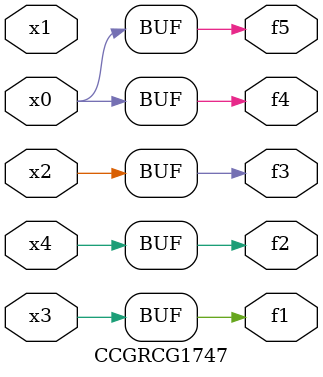
<source format=v>
module CCGRCG1747(
	input x0, x1, x2, x3, x4,
	output f1, f2, f3, f4, f5
);
	assign f1 = x3;
	assign f2 = x4;
	assign f3 = x2;
	assign f4 = x0;
	assign f5 = x0;
endmodule

</source>
